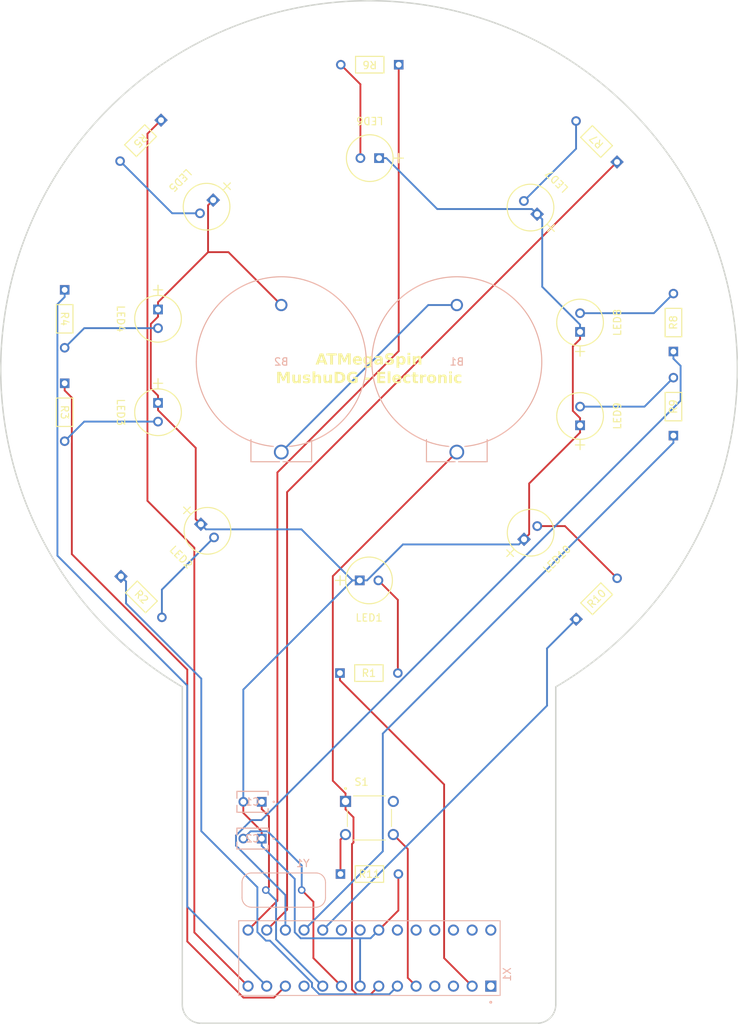
<source format=kicad_pcb>
(kicad_pcb (version 20221018) (generator pcbnew)
  (layers (0 "F.Cu" signal) (31 "B.Cu" signal) (34 "B.Paste" user) (35 "F.Paste" user) (36 "B.SilkS" user "B.Silkscreen") (37 "F.SilkS" user "F.Silkscreen") (38 "B.Mask" user) (39 "F.Mask" user) (44 "Edge.Cuts" user))
  (net 0 "")
  (net 1 "GND")
  (net 2 "Net-(LED1-Pad2)")
  (net 3 "Net-(LED2-Pad2)")
  (net 4 "Net-(LED3-Pad2)")
  (net 5 "Net-(LED4-Pad2)")
  (net 6 "Net-(LED5-Pad2)")
  (net 7 "Net-(LED6-Pad2)")
  (net 8 "Net-(LED7-Pad2)")
  (net 9 "Net-(LED8-Pad2)")
  (net 10 "Net-(LED9-Pad2)")
  (net 11 "Net-(LED10-Pad2)")
  (net 12 "Net-(R1-Pad1)")
  (net 13 "Net-(R2-Pad1)")
  (net 14 "Net-(R3-Pad1)")
  (net 15 "Net-(R4-Pad1)")
  (net 16 "Net-(R5-Pad1)")
  (net 17 "Net-(R6-Pad1)")
  (net 18 "Net-(R7-Pad1)")
  (net 19 "Net-(R8-Pad1)")
  (net 20 "Net-(R9-Pad1)")
  (net 21 "Net-(R10-Pad1)")
  (net 22 "Net-(R11-Pad1)")
  (net 23 "Net-(B1-Pad1)")
  (net 25 "Net-(S1-Pad4)")
  (net 29 "Net-(B1-Pad2)")
  (net 30 "Net-(C1-Pad1)")
  (net 40 "Net-(C2-Pad2)")
  (footprint "CF18JT200R:STA_CF18_STP" (layer "F.Cu") (at 73.3056 42.3379 -135)
    (fp_text reference "R5" (at 3.937 0 -135 unlocked) (layer "F.SilkS"))
    (fp_text value "CF18JT200R")
    (fp_line (start 2.0066 -1.1303) (end 2.0066 1.1303) (stroke (width 0.1524)) (layer "F.SilkS"))
    (fp_line (start 2.0066 1.1303) (end 5.8674 1.1303) (stroke (width 0.1524)) (layer "F.SilkS"))
    (fp_line (start 5.8674 -1.1303) (end 2.0066 -1.1303) (stroke (width 0.1524)) (layer "F.SilkS"))
    (fp_line (start 5.8674 1.1303) (end 5.8674 -1.1303) (stroke (width 0.1524)) (layer "F.SilkS"))
    (pad "1" thru_hole rect (at 0 0 225) (size 1.2954 1.2954) (drill 0.7874) (layers "*.Cu" "*.Mask") (net 16 "Net-(R5-Pad1)"))
    (pad "2" thru_hole circle (at 7.874 0 225) (size 1.2954 1.2954) (drill 0.7874) (layers "*.Cu" "*.Mask") (net 6 "Net-(LED5-Pad2)"))
  )
  (footprint "CF18JT200R:STA_CF18_STP" (layer "F.Cu") (at 97.715 144.816)
    (fp_text reference "R11" (at 3.937 0 unlocked) (layer "F.SilkS"))
    (fp_text value "CF18JT200R")
    (fp_line (start 2.0066 -1.1303) (end 2.0066 1.1303) (stroke (width 0.1524)) (layer "F.SilkS"))
    (fp_line (start 2.0066 1.1303) (end 5.8674 1.1303) (stroke (width 0.1524)) (layer "F.SilkS"))
    (fp_line (start 5.8674 -1.1303) (end 2.0066 -1.1303) (stroke (width 0.1524)) (layer "F.SilkS"))
    (fp_line (start 5.8674 1.1303) (end 5.8674 -1.1303) (stroke (width 0.1524)) (layer "F.SilkS"))
    (pad "1" thru_hole rect (at 0 0) (size 1.2954 1.2954) (drill 0.7874) (layers "*.Cu" "*.Mask") (net 22 "Net-(R11-Pad1)"))
    (pad "2" thru_hole circle (at 7.874 0) (size 1.2954 1.2954) (drill 0.7874) (layers "*.Cu" "*.Mask") (net 1 "GND"))
  )
  (footprint "HLMP_4700:LED_HLMP-47XX_BRA" (layer "F.Cu") (at 78.7219 97.2639 -45)
    (fp_text reference "LED2" (at 1.27 5.08 -45 unlocked) (layer "F.SilkS"))
    (fp_text value "HLMP-4700")
    (fp_line (start -3.302 0) (end -2.032 0) (stroke (width 0.1524)) (layer "F.SilkS"))
    (fp_line (start -2.667 -0.635) (end -2.667 0.635) (stroke (width 0.1524)) (layer "F.SilkS"))
    (fp_circle (center 1.27 0) (end 4.445 0) (stroke (width 0.1524)) (fill none) (layer "F.SilkS"))
    (pad "1" thru_hole rect (at 0 0 315) (size 1.3208 1.3208) (drill 0.8128) (layers "*.Cu" "*.Mask") (net 1 "GND"))
    (pad "2" thru_hole circle (at 2.54 0 315) (size 1.3208 1.3208) (drill 0.8128) (layers "*.Cu" "*.Mask") (net 3 "Net-(LED2-Pad2)"))
  )
  (footprint "CF18JT200R:STA_CF18_STP" (layer "F.Cu") (at 143.002 73.787 90)
    (fp_text reference "R8" (at 3.937 0 90 unlocked) (layer "F.SilkS"))
    (fp_text value "CF18JT200R")
    (fp_line (start 2.0066 -1.1303) (end 2.0066 1.1303) (stroke (width 0.1524)) (layer "F.SilkS"))
    (fp_line (start 2.0066 1.1303) (end 5.8674 1.1303) (stroke (width 0.1524)) (layer "F.SilkS"))
    (fp_line (start 5.8674 -1.1303) (end 2.0066 -1.1303) (stroke (width 0.1524)) (layer "F.SilkS"))
    (fp_line (start 5.8674 1.1303) (end 5.8674 -1.1303) (stroke (width 0.1524)) (layer "F.SilkS"))
    (pad "1" thru_hole rect (at 0 0 90) (size 1.2954 1.2954) (drill 0.7874) (layers "*.Cu" "*.Mask") (net 19 "Net-(R8-Pad1)"))
    (pad "2" thru_hole circle (at 7.874 0 90) (size 1.2954 1.2954) (drill 0.7874) (layers "*.Cu" "*.Mask") (net 9 "Net-(LED8-Pad2)"))
  )
  (footprint "MountingHole:MountingHole_2.2mm_M2" (layer "F.Cu") (at 101.6 127)
    (fp_text reference "REF**" hide)
    (fp_text value "MountingHole_2.2mm_M2")
    (pad "" np_thru_hole circle (at 0 0) (size 2.2 2.2) (drill 2.2) (layers "*.Cu" "*.Mask"))
  )
  (footprint "HLMP_4700:LED_HLMP-47XX_BRA" (layer "F.Cu") (at 130.302 83.82 90)
    (fp_text reference "LED9" (at 1.27 5.08 90 unlocked) (layer "F.SilkS"))
    (fp_text value "HLMP-4700")
    (fp_line (start -3.302 0) (end -2.032 0) (stroke (width 0.1524)) (layer "F.SilkS"))
    (fp_line (start -2.667 -0.635) (end -2.667 0.635) (stroke (width 0.1524)) (layer "F.SilkS"))
    (fp_circle (center 1.27 0) (end 4.445 0) (stroke (width 0.1524)) (fill none) (layer "F.SilkS"))
    (pad "1" thru_hole rect (at 0 0 90) (size 1.3208 1.3208) (drill 0.8128) (layers "*.Cu" "*.Mask") (net 1 "GND"))
    (pad "2" thru_hole circle (at 2.54 0 90) (size 1.3208 1.3208) (drill 0.8128) (layers "*.Cu" "*.Mask") (net 10 "Net-(LED9-Pad2)"))
  )
  (footprint "CF18JT200R:STA_CF18_STP" (layer "F.Cu") (at 105.6323 34.798 180)
    (fp_text reference "R6" (at 3.937 0 180 unlocked) (layer "F.SilkS"))
    (fp_text value "CF18JT200R")
    (fp_line (start 2.0066 -1.1303) (end 2.0066 1.1303) (stroke (width 0.1524)) (layer "F.SilkS"))
    (fp_line (start 2.0066 1.1303) (end 5.8674 1.1303) (stroke (width 0.1524)) (layer "F.SilkS"))
    (fp_line (start 5.8674 -1.1303) (end 2.0066 -1.1303) (stroke (width 0.1524)) (layer "F.SilkS"))
    (fp_line (start 5.8674 1.1303) (end 5.8674 -1.1303) (stroke (width 0.1524)) (layer "F.SilkS"))
    (pad "1" thru_hole rect (at 0 0 180) (size 1.2954 1.2954) (drill 0.7874) (layers "*.Cu" "*.Mask") (net 17 "Net-(R6-Pad1)"))
    (pad "2" thru_hole circle (at 7.874 0 180) (size 1.2954 1.2954) (drill 0.7874) (layers "*.Cu" "*.Mask") (net 7 "Net-(LED6-Pad2)"))
  )
  (footprint "TS02:SW_TS02-66-60-BK-160-LCR-D" (layer "F.Cu") (at 101.652 137.196)
    (fp_text reference "S1" (at -1.079 -4.889) (layer "F.SilkS"))
    (fp_text value "TS02-66-60-BK-160-LCR-D")
    (fp_line (start -3 -1.176) (end -3 1.176) (stroke (width 0.127)) (layer "F.SilkS"))
    (fp_line (start -2.176 -3) (end 2.176 -3) (stroke (width 0.127)) (layer "F.SilkS"))
    (fp_line (start -2.176 3) (end 2.176 3) (stroke (width 0.127)) (layer "F.SilkS"))
    (fp_line (start 3 -1.176) (end 3 1.176) (stroke (width 0.127)) (layer "F.SilkS"))
    (fp_circle (center -3.25 -4.004) (end -3.15 -4.004) (stroke (width 0.2)) (fill none) (layer "F.SilkS"))
    (pad "1" thru_hole rect (at -3.25 -2.25) (size 1.508 1.508) (drill 1) (layers "*.Cu" "*.Mask") (net 29 "Net-(B1-Pad2)"))
    (pad "2" thru_hole circle (at 3.25 -2.25) (size 1.508 1.508) (drill 1) (layers "*.Cu" "*.Mask"))
    (pad "3" thru_hole circle (at -3.25 2.25) (size 1.508 1.508) (drill 1) (layers "*.Cu" "*.Mask") (net 22 "Net-(R11-Pad1)"))
    (pad "4" thru_hole circle (at 3.25 2.25) (size 1.508 1.508) (drill 1) (layers "*.Cu" "*.Mask") (net 25 "Net-(S1-Pad4)"))
  )
  (footprint "CF18JT200R:STA_CF18_STP" (layer "F.Cu") (at 143.002 85.217 90)
    (fp_text reference "R9" (at 3.937 0 90 unlocked) (layer "F.SilkS"))
    (fp_text value "CF18JT200R")
    (fp_line (start 2.0066 -1.1303) (end 2.0066 1.1303) (stroke (width 0.1524)) (layer "F.SilkS"))
    (fp_line (start 2.0066 1.1303) (end 5.8674 1.1303) (stroke (width 0.1524)) (layer "F.SilkS"))
    (fp_line (start 5.8674 -1.1303) (end 2.0066 -1.1303) (stroke (width 0.1524)) (layer "F.SilkS"))
    (fp_line (start 5.8674 1.1303) (end 5.8674 -1.1303) (stroke (width 0.1524)) (layer "F.SilkS"))
    (pad "1" thru_hole rect (at 0 0 90) (size 1.2954 1.2954) (drill 0.7874) (layers "*.Cu" "*.Mask") (net 20 "Net-(R9-Pad1)"))
    (pad "2" thru_hole circle (at 7.874 0 90) (size 1.2954 1.2954) (drill 0.7874) (layers "*.Cu" "*.Mask") (net 10 "Net-(LED9-Pad2)"))
  )
  (footprint "MountingHole:MountingHole_2.2mm_M2" (layer "F.Cu") (at 101.6 58.42)
    (fp_text reference "REF**" hide)
    (fp_text value "MountingHole_2.2mm_M2")
    (pad "" np_thru_hole circle (at 0 0) (size 2.2 2.2) (drill 2.2) (layers "*.Cu" "*.Mask"))
  )
  (footprint "CF18JT200R:STA_CF18_STP" (layer "F.Cu") (at 97.643 117.502)
    (fp_text reference "R1" (at 3.937 0 unlocked) (layer "F.SilkS"))
    (fp_text value "CF18JT200R")
    (fp_line (start 2.0066 -1.1303) (end 2.0066 1.1303) (stroke (width 0.1524)) (layer "F.SilkS"))
    (fp_line (start 2.0066 1.1303) (end 5.8674 1.1303) (stroke (width 0.1524)) (layer "F.SilkS"))
    (fp_line (start 5.8674 -1.1303) (end 2.0066 -1.1303) (stroke (width 0.1524)) (layer "F.SilkS"))
    (fp_line (start 5.8674 1.1303) (end 5.8674 -1.1303) (stroke (width 0.1524)) (layer "F.SilkS"))
    (pad "1" thru_hole rect (at 0 0) (size 1.2954 1.2954) (drill 0.7874) (layers "*.Cu" "*.Mask") (net 12 "Net-(R1-Pad1)"))
    (pad "2" thru_hole circle (at 7.874 0) (size 1.2954 1.2954) (drill 0.7874) (layers "*.Cu" "*.Mask") (net 2 "Net-(LED1-Pad2)"))
  )
  (footprint "HLMP_4700:LED_HLMP-47XX_BRA" (layer "F.Cu") (at 124.46 55.118 135)
    (fp_text reference "LED7" (at 1.27 5.08 135 unlocked) (layer "F.SilkS"))
    (fp_text value "HLMP-4700")
    (fp_line (start -3.302 0) (end -2.032 0) (stroke (width 0.1524)) (layer "F.SilkS"))
    (fp_line (start -2.667 -0.635) (end -2.667 0.635) (stroke (width 0.1524)) (layer "F.SilkS"))
    (fp_circle (center 1.27 0) (end 4.445 0) (stroke (width 0.1524)) (fill none) (layer "F.SilkS"))
    (pad "1" thru_hole rect (at 0 0 135) (size 1.3208 1.3208) (drill 0.8128) (layers "*.Cu" "*.Mask") (net 1 "GND"))
    (pad "2" thru_hole circle (at 2.54 0 135) (size 1.3208 1.3208) (drill 0.8128) (layers "*.Cu" "*.Mask") (net 8 "Net-(LED7-Pad2)"))
  )
  (footprint "CF18JT200R:STA_CF18_STP" (layer "F.Cu") (at 60.198 78.105 -90)
    (fp_text reference "R3" (at 3.937 0 -90 unlocked) (layer "F.SilkS"))
    (fp_text value "CF18JT200R")
    (fp_line (start 2.0066 -1.1303) (end 2.0066 1.1303) (stroke (width 0.1524)) (layer "F.SilkS"))
    (fp_line (start 2.0066 1.1303) (end 5.8674 1.1303) (stroke (width 0.1524)) (layer "F.SilkS"))
    (fp_line (start 5.8674 -1.1303) (end 2.0066 -1.1303) (stroke (width 0.1524)) (layer "F.SilkS"))
    (fp_line (start 5.8674 1.1303) (end 5.8674 -1.1303) (stroke (width 0.1524)) (layer "F.SilkS"))
    (pad "1" thru_hole rect (at 0 0 270) (size 1.2954 1.2954) (drill 0.7874) (layers "*.Cu" "*.Mask") (net 14 "Net-(R3-Pad1)"))
    (pad "2" thru_hole circle (at 7.874 0 270) (size 1.2954 1.2954) (drill 0.7874) (layers "*.Cu" "*.Mask") (net 4 "Net-(LED3-Pad2)"))
  )
  (footprint "CF18JT200R:STA_CF18_STP" (layer "F.Cu") (at 67.8558 104.3584 -45)
    (fp_text reference "R2" (at 3.937 0 -45 unlocked) (layer "F.SilkS"))
    (fp_text value "CF18JT200R")
    (fp_line (start 2.0066 -1.1303) (end 2.0066 1.1303) (stroke (width 0.1524)) (layer "F.SilkS"))
    (fp_line (start 2.0066 1.1303) (end 5.8674 1.1303) (stroke (width 0.1524)) (layer "F.SilkS"))
    (fp_line (start 5.8674 -1.1303) (end 2.0066 -1.1303) (stroke (width 0.1524)) (layer "F.SilkS"))
    (fp_line (start 5.8674 1.1303) (end 5.8674 -1.1303) (stroke (width 0.1524)) (layer "F.SilkS"))
    (pad "1" thru_hole rect (at 0 0 315) (size 1.2954 1.2954) (drill 0.7874) (layers "*.Cu" "*.Mask") (net 13 "Net-(R2-Pad1)"))
    (pad "2" thru_hole circle (at 7.874 0 315) (size 1.2954 1.2954) (drill 0.7874) (layers "*.Cu" "*.Mask") (net 3 "Net-(LED2-Pad2)"))
  )
  (footprint "HLMP_4700:LED_HLMP-47XX_BRA" (layer "F.Cu") (at 122.682 99.314 45)
    (fp_text reference "LED10" (at 1.27 5.08 45 unlocked) (layer "F.SilkS"))
    (fp_text value "HLMP-4700")
    (fp_line (start -3.302 0) (end -2.032 0) (stroke (width 0.1524)) (layer "F.SilkS"))
    (fp_line (start -2.667 -0.635) (end -2.667 0.635) (stroke (width 0.1524)) (layer "F.SilkS"))
    (fp_circle (center 1.27 0) (end 4.445 0) (stroke (width 0.1524)) (fill none) (layer "F.SilkS"))
    (pad "1" thru_hole rect (at 0 0 45) (size 1.3208 1.3208) (drill 0.8128) (layers "*.Cu" "*.Mask") (net 1 "GND"))
    (pad "2" thru_hole circle (at 2.54 0 45) (size 1.3208 1.3208) (drill 0.8128) (layers "*.Cu" "*.Mask") (net 11 "Net-(LED10-Pad2)"))
  )
  (footprint "HLMP_4700:LED_HLMP-47XX_BRA" (layer "F.Cu") (at 72.898 80.772 -90)
    (fp_text reference "LED3" (at 1.27 5.08 -90 unlocked) (layer "F.SilkS"))
    (fp_text value "HLMP-4700")
    (fp_line (start -3.302 0) (end -2.032 0) (stroke (width 0.1524)) (layer "F.SilkS"))
    (fp_line (start -2.667 -0.635) (end -2.667 0.635) (stroke (width 0.1524)) (layer "F.SilkS"))
    (fp_circle (center 1.27 0) (end 4.445 0) (stroke (width 0.1524)) (fill none) (layer "F.SilkS"))
    (pad "1" thru_hole rect (at 0 0 270) (size 1.3208 1.3208) (drill 0.8128) (layers "*.Cu" "*.Mask") (net 1 "GND"))
    (pad "2" thru_hole circle (at 2.54 0 270) (size 1.3208 1.3208) (drill 0.8128) (layers "*.Cu" "*.Mask") (net 4 "Net-(LED3-Pad2)"))
  )
  (footprint "CF18JT200R:STA_CF18_STP" (layer "F.Cu") (at 60.198 65.405 -90)
    (fp_text reference "R4" (at 3.937 0 -90 unlocked) (layer "F.SilkS"))
    (fp_text value "CF18JT200R")
    (fp_line (start 2.0066 -1.1303) (end 2.0066 1.1303) (stroke (width 0.1524)) (layer "F.SilkS"))
    (fp_line (start 2.0066 1.1303) (end 5.8674 1.1303) (stroke (width 0.1524)) (layer "F.SilkS"))
    (fp_line (start 5.8674 -1.1303) (end 2.0066 -1.1303) (stroke (width 0.1524)) (layer "F.SilkS"))
    (fp_line (start 5.8674 1.1303) (end 5.8674 -1.1303) (stroke (width 0.1524)) (layer "F.SilkS"))
    (pad "1" thru_hole rect (at 0 0 270) (size 1.2954 1.2954) (drill 0.7874) (layers "*.Cu" "*.Mask") (net 15 "Net-(R4-Pad1)"))
    (pad "2" thru_hole circle (at 7.874 0 270) (size 1.2954 1.2954) (drill 0.7874) (layers "*.Cu" "*.Mask") (net 5 "Net-(LED4-Pad2)"))
  )
  (footprint "HLMP_4700:LED_HLMP-47XX_BRA" (layer "F.Cu") (at 80.4 53.204 -135)
    (fp_text reference "LED5" (at 1.27 5.08 -135 unlocked) (layer "F.SilkS"))
    (fp_text value "HLMP-4700")
    (fp_line (start -3.302 0) (end -2.032 0) (stroke (width 0.1524)) (layer "F.SilkS"))
    (fp_line (start -2.667 -0.635) (end -2.667 0.635) (stroke (width 0.1524)) (layer "F.SilkS"))
    (fp_circle (center 1.27 0) (end 4.445 0) (stroke (width 0.1524)) (fill none) (layer "F.SilkS"))
    (pad "1" thru_hole rect (at 0 0 225) (size 1.3208 1.3208) (drill 0.8128) (layers "*.Cu" "*.Mask") (net 1 "GND"))
    (pad "2" thru_hole circle (at 2.54 0 225) (size 1.3208 1.3208) (drill 0.8128) (layers "*.Cu" "*.Mask") (net 6 "Net-(LED5-Pad2)"))
  )
  (footprint "HLMP_4700:LED_HLMP-47XX_BRA" (layer "F.Cu") (at 100.33 104.902)
    (fp_text reference "LED1" (at 1.27 5.08 unlocked) (layer "F.SilkS"))
    (fp_text value "HLMP-4700")
    (fp_line (start -3.302 0) (end -2.032 0) (stroke (width 0.1524)) (layer "F.SilkS"))
    (fp_line (start -2.667 -0.635) (end -2.667 0.635) (stroke (width 0.1524)) (layer "F.SilkS"))
    (fp_circle (center 1.27 0) (end 4.445 0) (stroke (width 0.1524)) (fill none) (layer "F.SilkS"))
    (pad "1" thru_hole rect (at 0 0) (size 1.3208 1.3208) (drill 0.8128) (layers "*.Cu" "*.Mask") (net 1 "GND"))
    (pad "2" thru_hole circle (at 2.54 0) (size 1.3208 1.3208) (drill 0.8128) (layers "*.Cu" "*.Mask") (net 2 "Net-(LED1-Pad2)"))
  )
  (footprint "HLMP_4700:LED_HLMP-47XX_BRA" (layer "F.Cu") (at 130.302 71.12 90)
    (fp_text reference "LED8" (at 1.27 5.08 90 unlocked) (layer "F.SilkS"))
    (fp_text value "HLMP-4700")
    (fp_line (start -3.302 0) (end -2.032 0) (stroke (width 0.1524)) (layer "F.SilkS"))
    (fp_line (start -2.667 -0.635) (end -2.667 0.635) (stroke (width 0.1524)) (layer "F.SilkS"))
    (fp_circle (center 1.27 0) (end 4.445 0) (stroke (width 0.1524)) (fill none) (layer "F.SilkS"))
    (pad "1" thru_hole rect (at 0 0 90) (size 1.3208 1.3208) (drill 0.8128) (layers "*.Cu" "*.Mask") (net 1 "GND"))
    (pad "2" thru_hole circle (at 2.54 0 90) (size 1.3208 1.3208) (drill 0.8128) (layers "*.Cu" "*.Mask") (net 9 "Net-(LED8-Pad2)"))
  )
  (footprint "CF18JT200R:STA_CF18_STP" (layer "F.Cu") (at 129.7764 110.1801 45)
    (fp_text reference "R10" (at 3.937 0 45 unlocked) (layer "F.SilkS"))
    (fp_text value "CF18JT200R")
    (fp_line (start 2.0066 -1.1303) (end 2.0066 1.1303) (stroke (width 0.1524)) (layer "F.SilkS"))
    (fp_line (start 2.0066 1.1303) (end 5.8674 1.1303) (stroke (width 0.1524)) (layer "F.SilkS"))
    (fp_line (start 5.8674 -1.1303) (end 2.0066 -1.1303) (stroke (width 0.1524)) (layer "F.SilkS"))
    (fp_line (start 5.8674 1.1303) (end 5.8674 -1.1303) (stroke (width 0.1524)) (layer "F.SilkS"))
    (pad "1" thru_hole rect (at 0 0 45) (size 1.2954 1.2954) (drill 0.7874) (layers "*.Cu" "*.Mask") (net 21 "Net-(R10-Pad1)"))
    (pad "2" thru_hole circle (at 7.874 0 45) (size 1.2954 1.2954) (drill 0.7874) (layers "*.Cu" "*.Mask") (net 11 "Net-(LED10-Pad2)"))
  )
  (footprint "CF18JT200R:STA_CF18_STP" (layer "F.Cu") (at 135.3261 48.0236 135)
    (fp_text reference "R7" (at 3.937 0 135 unlocked) (layer "F.SilkS"))
    (fp_text value "CF18JT200R")
    (fp_line (start 2.0066 -1.1303) (end 2.0066 1.1303) (stroke (width 0.1524)) (layer "F.SilkS"))
    (fp_line (start 2.0066 1.1303) (end 5.8674 1.1303) (stroke (width 0.1524)) (layer "F.SilkS"))
    (fp_line (start 5.8674 -1.1303) (end 2.0066 -1.1303) (stroke (width 0.1524)) (layer "F.SilkS"))
    (fp_line (start 5.8674 1.1303) (end 5.8674 -1.1303) (stroke (width 0.1524)) (layer "F.SilkS"))
    (pad "1" thru_hole rect (at 0 0 135) (size 1.2954 1.2954) (drill 0.7874) (layers "*.Cu" "*.Mask") (net 18 "Net-(R7-Pad1)"))
    (pad "2" thru_hole circle (at 7.874 0 135) (size 1.2954 1.2954) (drill 0.7874) (layers "*.Cu" "*.Mask") (net 8 "Net-(LED7-Pad2)"))
  )
  (footprint "HLMP_4700:LED_HLMP-47XX_BRA" (layer "F.Cu") (at 72.898 68.072 -90)
    (fp_text reference "LED4" (at 1.27 5.08 -90 unlocked) (layer "F.SilkS"))
    (fp_text value "HLMP-4700")
    (fp_line (start -3.302 0) (end -2.032 0) (stroke (width 0.1524)) (layer "F.SilkS"))
    (fp_line (start -2.667 -0.635) (end -2.667 0.635) (stroke (width 0.1524)) (layer "F.SilkS"))
    (fp_circle (center 1.27 0) (end 4.445 0) (stroke (width 0.1524)) (fill none) (layer "F.SilkS"))
    (pad "1" thru_hole rect (at 0 0 270) (size 1.3208 1.3208) (drill 0.8128) (layers "*.Cu" "*.Mask") (net 1 "GND"))
    (pad "2" thru_hole circle (at 2.54 0 270) (size 1.3208 1.3208) (drill 0.8128) (layers "*.Cu" "*.Mask") (net 5 "Net-(LED4-Pad2)"))
  )
  (footprint "HLMP_4700:LED_HLMP-47XX_BRA" (layer "F.Cu") (at 102.9653 47.498 180)
    (fp_text reference "LED6" (at 1.27 5.08 180 unlocked) (layer "F.SilkS"))
    (fp_text value "HLMP-4700")
    (fp_line (start -3.302 0) (end -2.032 0) (stroke (width 0.1524)) (layer "F.SilkS"))
    (fp_line (start -2.667 -0.635) (end -2.667 0.635) (stroke (width 0.1524)) (layer "F.SilkS"))
    (fp_circle (center 1.27 0) (end 4.445 0) (stroke (width 0.1524)) (fill none) (layer "F.SilkS"))
    (pad "1" thru_hole rect (at 0 0 180) (size 1.3208 1.3208) (drill 0.8128) (layers "*.Cu" "*.Mask") (net 1 "GND"))
    (pad "2" thru_hole circle (at 2.54 0 180) (size 1.3208 1.3208) (drill 0.8128) (layers "*.Cu" "*.Mask") (net 7 "Net-(LED6-Pad2)"))
  )
  (footprint "BS_7:BS-7_MPD" (layer "B.Cu") (at 113.538 67.469 180)
    (fp_text reference "B1" (at 0 -7.715 unlocked) (layer "B.SilkS") (effects (justify mirror)))
    (fp_text value "BS-7")
    (fp_line (start -4.1275 -21.304) (end -0.240585 -21.304) (stroke (width 0.1524)) (layer "B.SilkS"))
    (fp_line (start -4.1275 -18.283825) (end -4.1275 -21.304) (stroke (width 0.1524)) (layer "B.SilkS"))
    (fp_line (start 0.240585 -21.304) (end 4.1275 -21.304) (stroke (width 0.1524)) (layer "B.SilkS"))
    (fp_line (start 4.1275 -21.304) (end 4.1275 -18.283825) (stroke (width 0.1524)) (layer "B.SilkS"))
    (fp_arc (start 1.092168 -19.220278) (mid 8.549455 -15.491315) (end 11.557 -7.715006) (stroke (width 0.1524)) (layer "B.SilkS"))
    (fp_arc (start 11.557 -7.715) (mid -7.776312 0.834457) (end -1.092168 -19.220278) (stroke (width 0.1524)) (layer "B.SilkS"))
    (pad "1" thru_hole circle (at 0 0 180) (size 1.6764 1.6764) (drill 1.1684) (layers "*.Cu" "*.Mask") (net 23 "Net-(B1-Pad1)"))
    (pad "2" thru_hole circle (at 0 -19.9898 180) (size 2.0066 2.0066) (drill 1.4986) (layers "*.Cu" "*.Mask") (net 29 "Net-(B1-Pad2)"))
  )
  (footprint "ECS_160_18_4X_CKM:XTAL_ECS-160-18-4X-CKM" (layer "B.Cu") (at 90 147 180)
    (fp_text reference "Y1" (at -2.597085 3.637935) (layer "B.SilkS") (effects (font (size 1.000811 1.000811)) (justify mirror)))
    (fp_text value "ECS-160-18-4X-CKM")
    (fp_line (start -5.675 -1.01) (end -5.675 1.01) (stroke (width 0.127)) (layer "B.SilkS"))
    (fp_line (start -4.405 2.33) (end 4.405 2.33) (stroke (width 0.127)) (layer "B.SilkS"))
    (fp_line (start 4.405 -2.33) (end -4.405 -2.33) (stroke (width 0.127)) (layer "B.SilkS"))
    (fp_line (start 5.675 1.01) (end 5.675 -1.01) (stroke (width 0.127)) (layer "B.SilkS"))
    (fp_arc (start -5.675 -1.01) (mid -5.313381 -1.933026) (end -4.405 -2.33) (stroke (width 0.127)) (layer "B.SilkS"))
    (fp_arc (start -4.405 2.33) (mid -5.313381 1.933026) (end -5.675 1.01) (stroke (width 0.127)) (layer "B.SilkS"))
    (fp_arc (start 4.405 -2.33) (mid 5.313381 -1.933026) (end 5.675 -1.01) (stroke (width 0.127)) (layer "B.SilkS"))
    (fp_arc (start 5.675 1.01) (mid 5.313381 1.933026) (end 4.405 2.33) (stroke (width 0.127)) (layer "B.SilkS"))
    (pad "1" thru_hole circle (at -2.44 0 180) (size 1.03 1.03) (drill 0.63) (layers "*.Cu" "*.Mask") (net 40 "Net-(C2-Pad2)"))
    (pad "2" thru_hole circle (at 2.44 0 180) (size 1.03 1.03) (drill 0.63) (layers "*.Cu" "*.Mask") (net 30 "Net-(C1-Pad1)"))
  )
  (footprint "ED2181DT:OST_ED281DT" (layer "B.Cu") (at 101.652 156.246 90)
    (fp_text reference "X1" (at -2.225 18.735 90) (layer "B.SilkS") (effects (justify mirror)))
    (fp_text value "ED281DT")
    (fp_line (start -5.08 -17.78) (end -5.08 17.78) (stroke (width 0.127)) (layer "B.SilkS"))
    (fp_line (start -5.08 17.78) (end 5.08 17.78) (stroke (width 0.127)) (layer "B.SilkS"))
    (fp_line (start 5.08 -17.78) (end -5.08 -17.78) (stroke (width 0.127)) (layer "B.SilkS"))
    (fp_line (start 5.08 17.78) (end 5.08 -17.78) (stroke (width 0.127)) (layer "B.SilkS"))
    (fp_circle (center -6 16.5) (end -5.9 16.5) (stroke (width 0.2)) (fill none) (layer "B.SilkS"))
    (pad "1" thru_hole rect (at -3.81 16.51 90) (size 1.508 1.508) (drill 1) (layers "*.Cu" "*.Mask"))
    (pad "2" thru_hole circle (at -3.81 13.97 90) (size 1.508 1.508) (drill 1) (layers "*.Cu" "*.Mask") (net 12 "Net-(R1-Pad1)"))
    (pad "3" thru_hole circle (at -3.81 11.43 90) (size 1.508 1.508) (drill 1) (layers "*.Cu" "*.Mask"))
    (pad "4" thru_hole circle (at -3.81 8.89 90) (size 1.508 1.508) (drill 1) (layers "*.Cu" "*.Mask"))
    (pad "5" thru_hole circle (at -3.81 6.35 90) (size 1.508 1.508) (drill 1) (layers "*.Cu" "*.Mask") (net 25 "Net-(S1-Pad4)"))
    (pad "6" thru_hole circle (at -3.81 3.81 90) (size 1.508 1.508) (drill 1) (layers "*.Cu" "*.Mask") (net 13 "Net-(R2-Pad1)"))
    (pad "7" thru_hole circle (at -3.81 1.27 90) (size 1.508 1.508) (drill 1) (layers "*.Cu" "*.Mask") (net 29 "Net-(B1-Pad2)"))
    (pad "8" thru_hole circle (at -3.81 -1.27 90) (size 1.508 1.508) (drill 1) (layers "*.Cu" "*.Mask") (net 1 "GND"))
    (pad "9" thru_hole circle (at -3.81 -3.81 90) (size 1.508 1.508) (drill 1) (layers "*.Cu" "*.Mask") (net 40 "Net-(C2-Pad2)"))
    (pad "10" thru_hole circle (at -3.81 -6.35 90) (size 1.508 1.508) (drill 1) (layers "*.Cu" "*.Mask") (net 30 "Net-(C1-Pad1)"))
    (pad "11" thru_hole circle (at -3.81 -8.89 90) (size 1.508 1.508) (drill 1) (layers "*.Cu" "*.Mask"))
    (pad "12" thru_hole circle (at -3.81 -11.43 90) (size 1.508 1.508) (drill 1) (layers "*.Cu" "*.Mask") (net 14 "Net-(R3-Pad1)"))
    (pad "13" thru_hole circle (at -3.81 -13.97 90) (size 1.508 1.508) (drill 1) (layers "*.Cu" "*.Mask") (net 15 "Net-(R4-Pad1)"))
    (pad "14" thru_hole circle (at -3.81 -16.51 90) (size 1.508 1.508) (drill 1) (layers "*.Cu" "*.Mask") (net 16 "Net-(R5-Pad1)"))
    (pad "15" thru_hole circle (at 3.81 -16.51 90) (size 1.508 1.508) (drill 1) (layers "*.Cu" "*.Mask") (net 17 "Net-(R6-Pad1)"))
    (pad "16" thru_hole circle (at 3.81 -13.97 90) (size 1.508 1.508) (drill 1) (layers "*.Cu" "*.Mask") (net 18 "Net-(R7-Pad1)"))
    (pad "17" thru_hole circle (at 3.81 -11.43 90) (size 1.508 1.508) (drill 1) (layers "*.Cu" "*.Mask") (net 19 "Net-(R8-Pad1)"))
    (pad "18" thru_hole circle (at 3.81 -8.89 90) (size 1.508 1.508) (drill 1) (layers "*.Cu" "*.Mask") (net 20 "Net-(R9-Pad1)"))
    (pad "19" thru_hole circle (at 3.81 -6.35 90) (size 1.508 1.508) (drill 1) (layers "*.Cu" "*.Mask") (net 21 "Net-(R10-Pad1)"))
    (pad "20" thru_hole circle (at 3.81 -3.81 90) (size 1.508 1.508) (drill 1) (layers "*.Cu" "*.Mask"))
    (pad "21" thru_hole circle (at 3.81 -1.27 90) (size 1.508 1.508) (drill 1) (layers "*.Cu" "*.Mask"))
    (pad "22" thru_hole circle (at 3.81 1.27 90) (size 1.508 1.508) (drill 1) (layers "*.Cu" "*.Mask") (net 1 "GND"))
    (pad "23" thru_hole circle (at 3.81 3.81 90) (size 1.508 1.508) (drill 1) (layers "*.Cu" "*.Mask"))
    (pad "24" thru_hole circle (at 3.81 6.35 90) (size 1.508 1.508) (drill 1) (layers "*.Cu" "*.Mask"))
    (pad "25" thru_hole circle (at 3.81 8.89 90) (size 1.508 1.508) (drill 1) (layers "*.Cu" "*.Mask"))
    (pad "26" thru_hole circle (at 3.81 11.43 90) (size 1.508 1.508) (drill 1) (layers "*.Cu" "*.Mask"))
    (pad "27" thru_hole circle (at 3.81 13.97 90) (size 1.508 1.508) (drill 1) (layers "*.Cu" "*.Mask"))
    (pad "28" thru_hole circle (at 3.81 16.51 90) (size 1.508 1.508) (drill 1) (layers "*.Cu" "*.Mask"))
  )
  (footprint "K220J15C0GF5TL2:CAP_K-SERIES_15-L2_VIS" (layer "B.Cu") (at 87 135 180)
    (fp_text reference "C1" (at 1.25 0 unlocked) (layer "B.SilkS") (effects (justify mirror)))
    (fp_text value "K220J15C0GF5TL2")
    (fp_line (start -0.8709 -0.918093) (end -0.8709 -1.4224) (stroke (width 0.1524)) (layer "B.SilkS"))
    (fp_line (start -0.8709 1.4224) (end -0.8709 0.918093) (stroke (width 0.1524)) (layer "B.SilkS"))
    (fp_line (start 3.3709 -1.4224) (end -0.8709 -1.4224) (stroke (width 0.1524)) (layer "B.SilkS"))
    (fp_line (start 3.3709 -0.477347) (end 3.3709 -1.4224) (stroke (width 0.1524)) (layer "B.SilkS"))
    (fp_line (start 3.3709 1.4224) (end -0.8709 1.4224) (stroke (width 0.1524)) (layer "B.SilkS"))
    (fp_line (start 3.3709 1.4224) (end 3.3709 0.477347) (stroke (width 0.1524)) (layer "B.SilkS"))
    (fp_circle (center -1.6329 0) (end -1.5567 0) (stroke (width 0.1524)) (fill none) (layer "B.SilkS"))
    (pad "1" thru_hole rect (at 0 0 180) (size 1.3208 1.3208) (drill 0.8128) (layers "*.Cu" "*.Mask") (net 30 "Net-(C1-Pad1)"))
    (pad "2" thru_hole circle (at 2.5 0 180) (size 1.3208 1.3208) (drill 0.8128) (layers "*.Cu" "*.Mask") (net 1 "GND"))
  )
  (footprint "K220J15C0GF5TL2:CAP_K-SERIES_15-L2_VIS" (layer "B.Cu") (at 87 140 180)
    (fp_text reference "C2" (at 1.25 0 unlocked) (layer "B.SilkS") (effects (justify mirror)))
    (fp_text value "K220J15C0GF5TL2")
    (fp_line (start -0.8709 -0.918093) (end -0.8709 -1.4224) (stroke (width 0.1524)) (layer "B.SilkS"))
    (fp_line (start -0.8709 1.4224) (end -0.8709 0.918093) (stroke (width 0.1524)) (layer "B.SilkS"))
    (fp_line (start 3.3709 -1.4224) (end -0.8709 -1.4224) (stroke (width 0.1524)) (layer "B.SilkS"))
    (fp_line (start 3.3709 -0.477347) (end 3.3709 -1.4224) (stroke (width 0.1524)) (layer "B.SilkS"))
    (fp_line (start 3.3709 1.4224) (end -0.8709 1.4224) (stroke (width 0.1524)) (layer "B.SilkS"))
    (fp_line (start 3.3709 1.4224) (end 3.3709 0.477347) (stroke (width 0.1524)) (layer "B.SilkS"))
    (fp_circle (center -1.6329 0) (end -1.5567 0) (stroke (width 0.1524)) (fill none) (layer "B.SilkS"))
    (pad "1" thru_hole rect (at 0 0 180) (size 1.3208 1.3208) (drill 0.8128) (layers "*.Cu" "*.Mask") (net 1 "GND"))
    (pad "2" thru_hole circle (at 2.5 0 180) (size 1.3208 1.3208) (drill 0.8128) (layers "*.Cu" "*.Mask") (net 40 "Net-(C2-Pad2)"))
  )
  (footprint "BS_7:BS-7_MPD" (layer "B.Cu") (at 89.662 67.469 180)
    (fp_text reference "B2" (at 0 -7.715 unlocked) (layer "B.SilkS") (effects (justify mirror)))
    (fp_text value "BS-7")
    (fp_line (start -4.1275 -21.304) (end -0.240585 -21.304) (stroke (width 0.1524)) (layer "B.SilkS"))
    (fp_line (start -4.1275 -18.283825) (end -4.1275 -21.304) (stroke (width 0.1524)) (layer "B.SilkS"))
    (fp_line (start 0.240585 -21.304) (end 4.1275 -21.304) (stroke (width 0.1524)) (layer "B.SilkS"))
    (fp_line (start 4.1275 -21.304) (end 4.1275 -18.283825) (stroke (width 0.1524)) (layer "B.SilkS"))
    (fp_arc (start 1.092168 -19.220278) (mid 8.549455 -15.491315) (end 11.557 -7.715006) (stroke (width 0.1524)) (layer "B.SilkS"))
    (fp_arc (start 11.557 -7.715) (mid -7.776312 0.834457) (end -1.092168 -19.220278) (stroke (width 0.1524)) (layer "B.SilkS"))
    (pad "1" thru_hole circle (at 0 0 180) (size 1.6764 1.6764) (drill 1.1684) (layers "*.Cu" "*.Mask") (net 1 "GND"))
    (pad "2" thru_hole circle (at 0 -19.9898 180) (size 2.0066 2.0066) (drill 1.4986) (layers "*.Cu" "*.Mask") (net 23 "Net-(B1-Pad1)"))
  )
  (gr_line (start 78.74 165.1) (end 124.46 165.1) (stroke (width 0.2)) (layer "Edge.Cuts"))
  (gr_line (start 127 119.38) (end 127 162.56) (stroke (width 0.2)) (layer "Edge.Cuts"))
  (gr_arc (start 78.74 165.1) (mid 76.943949 164.356051) (end 76.2 162.56) (stroke (width 0.2)) (layer "Edge.Cuts"))
  (gr_arc (start 127 162.56) (mid 126.256051 164.356051) (end 124.46 165.1) (stroke (width 0.2)) (layer "Edge.Cuts"))
  (gr_line (start 76.2 162.56) (end 76.2 119.38) (stroke (width 0.2)) (layer "Edge.Cuts"))
  (gr_arc (start 76.2 119.379999) (mid 101.6 26.103372) (end 127 119.379999) (stroke (width 0.2)) (layer "Edge.Cuts"))
  (gr_text "ATMegaSpin\nMushuDG - Electronic" (at 101.6 76.2) (layer "F.SilkS") (effects (font (size 1.5 1.5) (thickness 0.3) bold)))
  (segment (start 130.302 71.12) (end 130.302 72.1073) (width 0.25) (layer "F.Cu") (net 1))
  (segment (start 72.898 68.072) (end 72.898 69.0593) (width 0.25) (layer "F.Cu") (net 1))
  (segment (start 78.0238 86.8851) (end 72.898 81.7593) (width 0.25) (layer "F.Cu") (net 1))
  (segment (start 84.5 136.5127) (end 84.5 135) (width 0.25) (layer "F.Cu") (net 1))
  (segment (start 123.3801 98.6159) (end 123.3801 91.7292) (width 0.25) (layer "F.Cu") (net 1))
  (segment (start 123.3801 91.7292) (end 130.302 84.8073) (width 0.25) (layer "F.Cu") (net 1))
  (segment (start 87 140) (end 87 139.0127) (width 0.25) (layer "F.Cu") (net 1))
  (segment (start 79.7019 60.2808) (end 72.898 67.0847) (width 0.25) (layer "F.Cu") (net 1))
  (segment (start 130.302 83.82) (end 130.302 82.8327) (width 0.25) (layer "F.Cu") (net 1))
  (segment (start 102.922 152.436) (end 105.589 149.769) (width 0.25) (layer "F.Cu") (net 1))
  (segment (start 78.7219 97.2639) (end 78.0238 96.5658) (width 0.25) (layer "F.Cu") (net 1))
  (segment (start 72.898 80.772) (end 72.898 79.7847) (width 0.25) (layer "F.Cu") (net 1))
  (segment (start 129.3147 81.8454) (end 130.302 82.8327) (width 0.25) (layer "F.Cu") (net 1))
  (segment (start 71.9107 70.0466) (end 71.9107 78.7974) (width 0.25) (layer "F.Cu") (net 1))
  (segment (start 105.589 149.769) (end 105.589 144.816) (width 0.25) (layer "F.Cu") (net 1))
  (segment (start 72.898 69.0593) (end 71.9107 70.0466) (width 0.25) (layer "F.Cu") (net 1))
  (segment (start 87 139.0127) (end 84.5 136.5127) (width 0.25) (layer "F.Cu") (net 1))
  (segment (start 79.7019 53.9021) (end 79.7019 60.2808) (width 0.25) (layer "F.Cu") (net 1))
  (segment (start 78.0238 96.5658) (end 78.0238 86.8851) (width 0.25) (layer "F.Cu") (net 1))
  (segment (start 80.4 53.204) (end 79.7019 53.9021) (width 0.25) (layer "F.Cu") (net 1))
  (segment (start 72.898 80.772) (end 72.898 81.7593) (width 0.25) (layer "F.Cu") (net 1))
  (segment (start 130.302 83.82) (end 130.302 84.8073) (width 0.25) (layer "F.Cu") (net 1))
  (segment (start 122.682 99.314) (end 123.3801 98.6159) (width 0.25) (layer "F.Cu") (net 1))
  (segment (start 82.4738 60.2808) (end 89.662 67.469) (width 0.25) (layer "F.Cu") (net 1))
  (segment (start 79.7019 60.2808) (end 82.4738 60.2808) (width 0.25) (layer "F.Cu") (net 1))
  (segment (start 129.3147 73.0946) (end 129.3147 81.8454) (width 0.25) (layer "F.Cu") (net 1))
  (segment (start 130.302 72.1073) (end 129.3147 73.0946) (width 0.25) (layer "F.Cu") (net 1))
  (segment (start 71.9107 78.7974) (end 72.898 79.7847) (width 0.25) (layer "F.Cu") (net 1))
  (segment (start 72.898 68.072) (end 72.898 67.0847) (width 0.25) (layer "F.Cu") (net 1))
  (segment (start 100.33 104.902) (end 101.3173 104.902) (width 0.25) (layer "B.Cu") (net 1))
  (segment (start 92.3131 153.5549) (end 91.492 152.7338) (width 0.25) (layer "B.Cu") (net 1))
  (segment (start 110.8745 54.4199) (end 123.7619 54.4199) (width 0.25) (layer "B.Cu") (net 1))
  (segment (start 130.302 70.1327) (end 125.1581 64.9888) (width 0.25) (layer "B.Cu") (net 1))
  (segment (start 100.33 104.902) (end 99.3427 104.902) (width 0.25) (layer "B.Cu") (net 1))
  (segment (start 102.922 152.436) (end 101.8031 153.5549) (width 0.25) (layer "B.Cu") (net 1))
  (segment (start 100.382 153.5549) (end 100.382 160.056) (width 0.25) (layer "B.Cu") (net 1))
  (segment (start 78.7219 97.2639) (end 79.42 97.962) (width 0.25) (layer "B.Cu") (net 1))
  (segment (start 124.46 55.118) (end 125.1581 55.8161) (width 0.25) (layer "B.Cu") (net 1))
  (segment (start 87 140) (end 87 140.9873) (width 0.25) (layer "B.Cu") (net 1))
  (segment (start 84.5 135) (end 84.5 119.7447) (width 0.25) (layer "B.Cu") (net 1))
  (segment (start 91.492 152.7338) (end 91.492 145.4793) (width 0.25) (layer "B.Cu") (net 1))
  (segment (start 121.9839 100.0121) (end 106.2072 100.0121) (width 0.25) (layer "B.Cu") (net 1))
  (segment (start 84.5 119.7447) (end 99.3427 104.902) (width 0.25) (layer "B.Cu") (net 1))
  (segment (start 125.1581 64.9888) (end 125.1581 55.8161) (width 0.25) (layer "B.Cu") (net 1))
  (segment (start 130.302 71.12) (end 130.302 70.1327) (width 0.25) (layer "B.Cu") (net 1))
  (segment (start 122.682 99.314) (end 121.9839 100.0121) (width 0.25) (layer "B.Cu") (net 1))
  (segment (start 91.492 145.4793) (end 87 140.9873) (width 0.25) (layer "B.Cu") (net 1))
  (segment (start 106.2072 100.0121) (end 101.3173 104.902) (width 0.25) (layer "B.Cu") (net 1))
  (segment (start 103.9526 47.498) (end 110.8745 54.4199) (width 0.25) (layer "B.Cu") (net 1))
  (segment (start 101.8031 153.5549) (end 100.382 153.5549) (width 0.25) (layer "B.Cu") (net 1))
  (segment (start 124.46 55.118) (end 123.7619 54.4199) (width 0.25) (layer "B.Cu") (net 1))
  (segment (start 100.382 153.5549) (end 92.3131 153.5549) (width 0.25) (layer "B.Cu") (net 1))
  (segment (start 92.4027 97.962) (end 79.42 97.962) (width 0.25) (layer "B.Cu") (net 1))
  (segment (start 99.3427 104.902) (end 92.4027 97.962) (width 0.25) (layer "B.Cu") (net 1))
  (segment (start 102.9653 47.498) (end 103.9526 47.498) (width 0.25) (layer "B.Cu") (net 1))
  (segment (start 105.517 107.549) (end 105.517 117.502) (width 0.25) (layer "F.Cu") (net 2))
  (segment (start 102.87 104.902) (end 105.517 107.549) (width 0.25) (layer "F.Cu") (net 2))
  (segment (start 80.518 99.06) (end 73.4236 106.1544) (width 0.25) (layer "B.Cu") (net 3))
  (segment (start 73.4236 106.1544) (end 73.4236 109.9262) (width 0.25) (layer "B.Cu") (net 3))
  (segment (start 62.865 83.312) (end 60.198 85.979) (width 0.25) (layer "B.Cu") (net 4))
  (segment (start 72.898 83.312) (end 62.865 83.312) (width 0.25) (layer "B.Cu") (net 4))
  (segment (start 62.865 70.612) (end 60.198 73.279) (width 0.25) (layer "B.Cu") (net 5))
  (segment (start 72.898 70.612) (end 62.865 70.612) (width 0.25) (layer "B.Cu") (net 5))
  (segment (start 78.6039 55.0001) (end 74.8322 55.0001) (width 0.25) (layer "B.Cu") (net 6))
  (segment (start 74.8322 55.0001) (end 67.7378 47.9057) (width 0.25) (layer "B.Cu") (net 6))
  (segment (start 100.4253 37.465) (end 97.7583 34.798) (width 0.25) (layer "F.Cu") (net 7))
  (segment (start 100.4253 47.498) (end 100.4253 37.465) (width 0.25) (layer "F.Cu") (net 7))
  (segment (start 129.7583 46.2275) (end 129.7583 42.4558) (width 0.25) (layer "B.Cu") (net 8))
  (segment (start 122.6639 53.3219) (end 129.7583 46.2275) (width 0.25) (layer "B.Cu") (net 8))
  (segment (start 130.302 68.58) (end 140.335 68.58) (width 0.25) (layer "B.Cu") (net 9))
  (segment (start 140.335 68.58) (end 143.002 65.913) (width 0.25) (layer "B.Cu") (net 9))
  (segment (start 130.302 81.28) (end 139.065 81.28) (width 0.25) (layer "B.Cu") (net 10))
  (segment (start 139.065 81.28) (end 143.002 77.343) (width 0.25) (layer "B.Cu") (net 10))
  (segment (start 128.2498 97.5179) (end 135.3442 104.6123) (width 0.25) (layer "F.Cu") (net 11))
  (segment (start 124.4781 97.5179) (end 128.2498 97.5179) (width 0.25) (layer "F.Cu") (net 11))
  (segment (start 97.643 118.4766) (end 111.812 132.6456) (width 0.25) (layer "F.Cu") (net 12))
  (segment (start 111.812 132.6456) (end 111.812 156.246) (width 0.25) (layer "F.Cu") (net 12))
  (segment (start 111.812 156.246) (end 115.622 160.056) (width 0.25) (layer "F.Cu") (net 12))
  (segment (start 97.643 117.502) (end 97.643 118.4766) (width 0.25) (layer "F.Cu") (net 12))
  (segment (start 87.569 153.8692) (end 86.412 152.7122) (width 0.25) (layer "B.Cu") (net 13))
  (segment (start 88.1152 153.8692) (end 87.569 153.8692) (width 0.25) (layer "B.Cu") (net 13))
  (segment (start 93.8429 160.1681) (end 93.8429 159.5969) (width 0.25) (layer "B.Cu") (net 13))
  (segment (start 67.8558 104.3584) (end 68.545 105.0475) (width 0.25) (layer "B.Cu") (net 13))
  (segment (start 78.7846 118.2581) (end 68.5449 108.0184) (width 0.25) (layer "B.Cu") (net 13))
  (segment (start 93.8429 159.5969) (end 88.1152 153.8692) (width 0.25) (layer "B.Cu") (net 13))
  (segment (start 68.5449 105.0476) (end 68.545 105.0475) (width 0.25) (layer "B.Cu") (net 13))
  (segment (start 105.462 160.056) (end 104.3566 161.1614) (width 0.25) (layer "B.Cu") (net 13))
  (segment (start 86.412 152.7122) (end 86.412 146.6139) (width 0.25) (layer "B.Cu") (net 13))
  (segment (start 68.5449 108.0184) (end 68.5449 105.0476) (width 0.25) (layer "B.Cu") (net 13))
  (segment (start 78.7846 138.9865) (end 78.7846 118.2581) (width 0.25) (layer "B.Cu") (net 13))
  (segment (start 104.3566 161.1614) (end 94.8362 161.1614) (width 0.25) (layer "B.Cu") (net 13))
  (segment (start 94.8362 161.1614) (end 93.8429 160.1681) (width 0.25) (layer "B.Cu") (net 13))
  (segment (start 86.412 146.6139) (end 78.7846 138.9865) (width 0.25) (layer "B.Cu") (net 13))
  (segment (start 61.1726 80.0542) (end 60.198 79.0796) (width 0.25) (layer "F.Cu") (net 14))
  (segment (start 90.222 160.056) (end 88.6627 161.6153) (width 0.25) (layer "F.Cu") (net 14))
  (segment (start 88.6627 161.6153) (end 84.5169 161.6153) (width 0.25) (layer "F.Cu") (net 14))
  (segment (start 76.8792 153.9776) (end 76.8792 117.0361) (width 0.25) (layer "F.Cu") (net 14))
  (segment (start 60.198 78.105) (end 60.198 79.0796) (width 0.25) (layer "F.Cu") (net 14))
  (segment (start 84.5169 161.6153) (end 76.8792 153.9776) (width 0.25) (layer "F.Cu") (net 14))
  (segment (start 61.1726 101.3295) (end 61.1726 80.0542) (width 0.25) (layer "F.Cu") (net 14))
  (segment (start 76.8792 117.0361) (end 61.1726 101.3295) (width 0.25) (layer "F.Cu") (net 14))
  (segment (start 60.198 66.3796) (end 59.2141 67.3635) (width 0.25) (layer "B.Cu") (net 15))
  (segment (start 76.8683 149.2423) (end 87.682 160.056) (width 0.25) (layer "B.Cu") (net 15))
  (segment (start 59.2141 101.539) (end 76.8683 119.1932) (width 0.25) (layer "B.Cu") (net 15))
  (segment (start 59.2141 67.3635) (end 59.2141 101.539) (width 0.25) (layer "B.Cu") (net 15))
  (segment (start 76.8683 119.1932) (end 76.8683 149.2423) (width 0.25) (layer "B.Cu") (net 15))
  (segment (start 60.198 65.405) (end 60.198 66.3796) (width 0.25) (layer "B.Cu") (net 15))
  (segment (start 71.458 44.1855) (end 73.3056 42.3379) (width 0.25) (layer "F.Cu") (net 16))
  (segment (start 77.8369 152.7509) (end 77.8369 100.4598) (width 0.25) (layer "F.Cu") (net 16))
  (segment (start 71.458 94.0809) (end 71.458 44.1855) (width 0.25) (layer "F.Cu") (net 16))
  (segment (start 85.142 160.056) (end 77.8369 152.7509) (width 0.25) (layer "F.Cu") (net 16))
  (segment (start 77.8369 100.4598) (end 71.458 94.0809) (width 0.25) (layer "F.Cu") (net 16))
  (segment (start 85.142 152.436) (end 89.1344 148.4436) (width 0.25) (layer "F.Cu") (net 17))
  (segment (start 89.1344 90.2271) (end 105.6323 73.7292) (width 0.25) (layer "F.Cu") (net 17))
  (segment (start 89.1344 148.4436) (end 89.1344 90.2271) (width 0.25) (layer "F.Cu") (net 17))
  (segment (start 105.6323 73.7292) (end 105.6323 34.798) (width 0.25) (layer "F.Cu") (net 17))
  (segment (start 90.452 149.666) (end 90.452 92.8977) (width 0.25) (layer "F.Cu") (net 18))
  (segment (start 87.682 152.436) (end 90.452 149.666) (width 0.25) (layer "F.Cu") (net 18))
  (segment (start 90.452 92.8977) (end 135.3261 48.0236) (width 0.25) (layer "F.Cu") (net 18))
  (segment (start 85.5945 137.485) (end 86.9627 137.485) (width 0.25) (layer "B.Cu") (net 19))
  (segment (start 143.9766 80.4711) (end 143.9766 75.7362) (width 0.25) (layer "B.Cu") (net 19))
  (segment (start 86.9627 137.485) (end 143.9766 80.4711) (width 0.25) (layer "B.Cu") (net 19))
  (segment (start 83.5066 140.964) (end 83.5066 139.5729) (width 0.25) (layer "B.Cu") (net 19))
  (segment (start 143.002 73.787) (end 143.002 74.7616) (width 0.25) (layer "B.Cu") (net 19))
  (segment (start 143.9766 75.7362) (end 143.002 74.7616) (width 0.25) (layer "B.Cu") (net 19))
  (segment (start 83.5066 139.5729) (end 85.5945 137.485) (width 0.25) (layer "B.Cu") (net 19))
  (segment (start 90.222 152.436) (end 90.222 147.6794) (width 0.25) (layer "B.Cu") (net 19))
  (segment (start 90.222 147.6794) (end 83.5066 140.964) (width 0.25) (layer "B.Cu") (net 19))
  (segment (start 103.4688 141.7292) (end 103.4688 125.7248) (width 0.25) (layer "B.Cu") (net 20))
  (segment (start 92.762 152.436) (end 103.4688 141.7292) (width 0.25) (layer "B.Cu") (net 20))
  (segment (start 143.002 85.217) (end 143.002 86.1916) (width 0.25) (layer "B.Cu") (net 20))
  (segment (start 103.4688 125.7248) (end 143.002 86.1916) (width 0.25) (layer "B.Cu") (net 20))
  (segment (start 125.8089 114.1476) (end 129.7764 110.1801) (width 0.25) (layer "B.Cu") (net 21))
  (segment (start 95.302 152.436) (end 125.8089 121.9291) (width 0.25) (layer "B.Cu") (net 21))
  (segment (start 125.8089 121.9291) (end 125.8089 114.1476) (width 0.25) (layer "B.Cu") (net 21))
  (segment (start 97.715 140.133) (end 97.715 144.816) (width 0.25) (layer "F.Cu") (net 22))
  (segment (start 98.402 139.446) (end 97.715 140.133) (width 0.25) (layer "F.Cu") (net 22))
  (segment (start 109.6518 67.469) (end 89.662 87.4588) (width 0.25) (layer "B.Cu") (net 23))
  (segment (start 113.538 67.469) (end 109.6518 67.469) (width 0.25) (layer "B.Cu") (net 23))
  (segment (start 104.902 139.446) (end 106.8657 141.4097) (width 0.25) (layer "F.Cu") (net 25))
  (segment (start 106.8657 141.4097) (end 106.8657 158.9197) (width 0.25) (layer "F.Cu") (net 25))
  (segment (start 106.8657 158.9197) (end 108.002 160.056) (width 0.25) (layer "F.Cu") (net 25))
  (segment (start 96.6684 132.1315) (end 98.402 133.8651) (width 0.25) (layer "F.Cu") (net 29))
  (segment (start 98.402 134.946) (end 98.402 136.0269) (width 0.25) (layer "F.Cu") (net 29))
  (segment (start 98.402 134.946) (end 98.402 133.8651) (width 0.25) (layer "F.Cu") (net 29))
  (segment (start 96.6684 104.3284) (end 96.6684 132.1315) (width 0.25) (layer "F.Cu") (net 29))
  (segment (start 101.8166 161.1614) (end 99.9162 161.1614) (width 0.25) (layer "F.Cu") (net 29))
  (segment (start 102.922 160.056) (end 101.8166 161.1614) (width 0.25) (layer "F.Cu") (net 29))
  (segment (start 99.4829 140.5357) (end 99.4829 137.1078) (width 0.25) (layer "F.Cu") (net 29))
  (segment (start 99.9162 161.1614) (end 99.2831 160.5283) (width 0.25) (layer "F.Cu") (net 29))
  (segment (start 99.4829 137.1078) (end 98.402 136.0269) (width 0.25) (layer "F.Cu") (net 29))
  (segment (start 113.538 87.4588) (end 96.6684 104.3284) (width 0.25) (layer "F.Cu") (net 29))
  (segment (start 99.2831 160.5283) (end 99.2831 140.7355) (width 0.25) (layer "F.Cu") (net 29))
  (segment (start 99.2831 140.7355) (end 99.4829 140.5357) (width 0.25) (layer "F.Cu") (net 29))
  (segment (start 87 135.9873) (end 87.9873 136.9746) (width 0.25) (layer "F.Cu") (net 30))
  (segment (start 87 135) (end 87 135.9873) (width 0.25) (layer "F.Cu") (net 30))
  (segment (start 87.9873 136.9746) (end 87.9873 146.5727) (width 0.25) (layer "F.Cu") (net 30))
  (segment (start 87.9873 146.5727) (end 87.56 147) (width 0.25) (layer "F.Cu") (net 30))
  (segment (start 88.952 148.392) (end 87.56 147) (width 0.25) (layer "B.Cu") (net 30))
  (segment (start 95.302 160.056) (end 88.952 153.706) (width 0.25) (layer "B.Cu") (net 30))
  (segment (start 88.952 153.706) (end 88.952 148.392) (width 0.25) (layer "B.Cu") (net 30))
  (segment (start 94.032 156.246) (end 94.032 148.592) (width 0.25) (layer "F.Cu") (net 40))
  (segment (start 94.032 148.592) (end 92.44 147) (width 0.25) (layer "F.Cu") (net 40))
  (segment (start 97.842 160.056) (end 94.032 156.246) (width 0.25) (layer "F.Cu") (net 40))
  (segment (start 85.4873 139.0127) (end 84.5 140) (width 0.25) (layer "B.Cu") (net 40))
  (segment (start 92.44 147) (end 92.44 143.6517) (width 0.25) (layer "B.Cu") (net 40))
  (segment (start 92.44 143.6517) (end 87.801 139.0127) (width 0.25) (layer "B.Cu") (net 40))
  (segment (start 87.801 139.0127) (end 85.4873 139.0127) (width 0.25) (layer "B.Cu") (net 40))
)
</source>
